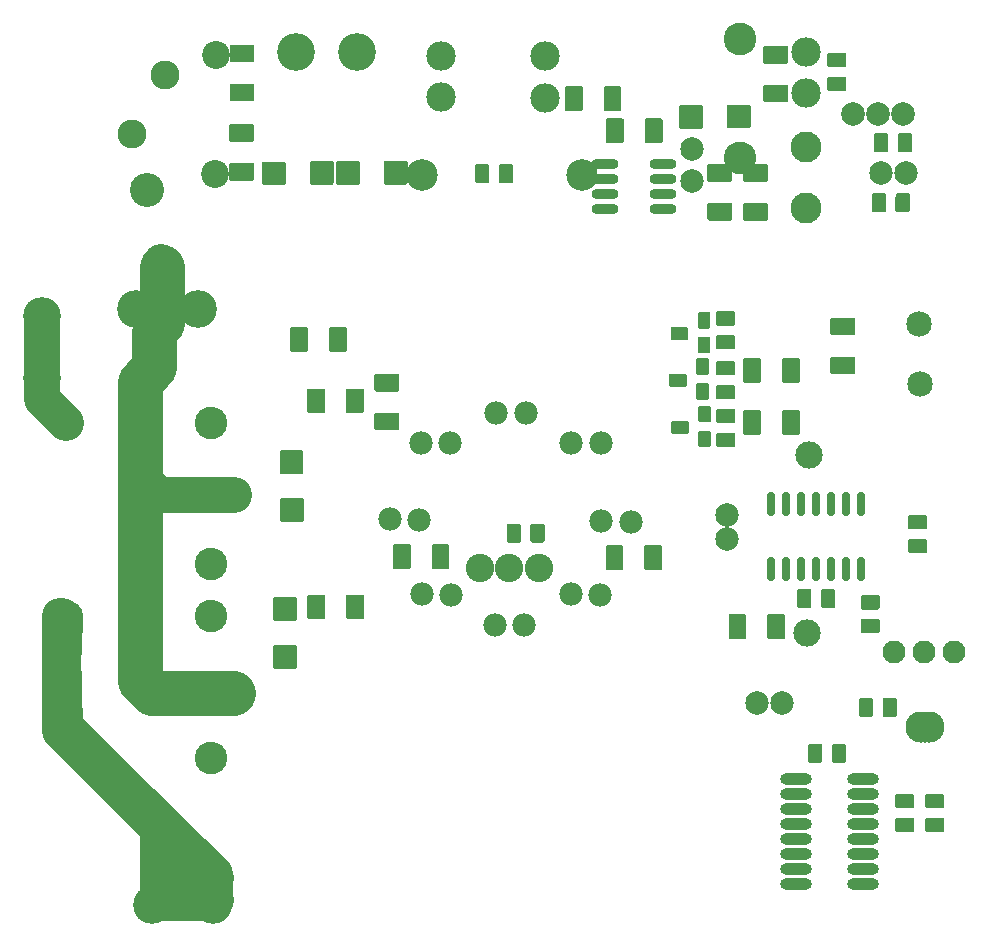
<source format=gbs>
G04 Layer: BottomSolderMaskLayer*
G04 EasyEDA Pro v1.8.39.fb3963, 2022-10-20 14:29:14*
G04 Gerber Generator version 0.3*
G04 Scale: 100 percent, Rotated: No, Reflected: No*
G04 Dimensions in millimeters*
G04 Leading zeros omitted, absolute positions, 4 integers and 2 decimals*
%FSLAX42Y42*%
%MOMM*%
%ADD10C,3.048*%
%ADD11C,3.81*%
%ADD12C,2.639273*%
%ADD13O,2.303201X0.903201*%
%ADD14O,2.7032X1.003201*%
%ADD15C,2.770309*%
%ADD16C,2.406099*%
%ADD17C,1.942163*%
%ADD18C,2.155419*%
%ADD19C,2.3232*%
%ADD20C,2.322652*%
%ADD21C,2.754412*%
%ADD22C,2.754417*%
%ADD23C,1.992295*%
%ADD24C,1.989503*%
%ADD25C,1.989498*%
%ADD26C,2.616126*%
%ADD27C,2.616121*%
%ADD28C,2.008139*%
%ADD29C,2.008134*%
%ADD30C,1.99229*%
%ADD31C,2.669113*%
%ADD32C,2.669108*%
%ADD33C,2.494443*%
%ADD34C,2.878714*%
%ADD35C,3.203199*%
%ADD36C,2.364791*%
%ADD37C,2.443584*%
%ADD38O,0.696595X2.069109*%
G75*


G04 PolygonModel Start*
G54D10*
G01X95729Y60368D02*
G01X95093Y60368D01*
G01X94920Y60541D01*
G01X94110Y61883D02*
G01X94110Y61182D01*
G01X94312Y60980D01*
G54D11*
G01X95126Y62301D02*
G01X95126Y61823D01*
G01X95055Y61752D01*
G01Y61451D01*
G01X94933Y61328D01*
G01Y58798D01*
G01X95038Y58693D01*
G01X95727D01*
G54D10*
G01X94272Y58433D02*
G01X95567Y57164D01*
G01Y57016D01*
G01X95503Y56915D02*
G01X95084Y56915D01*
G01Y57334D01*
G01X95294Y56915D02*
G01X95300Y56921D01*
G01Y57258D01*
G01X94259Y59347D02*
G01X94259Y58412D01*
G01X95541Y57131D01*
G01X95122D01*
G01Y57549D01*
G01X95114Y57558D01*
G01X94259Y59309D02*
G01X94259Y58374D01*
G01X95541Y57093D01*
G01X95122D01*
G01Y57511D01*
G01X95114Y57520D01*
G01X94272Y59347D02*
G01X94298Y58412D01*
G01X95579Y57131D01*
G01X95161D01*
G01Y57549D01*
G01X95152Y57558D01*
G01X94298Y59296D02*
G01X94259Y58382D01*
G01X95579Y56940D02*
G01X95161Y56940D01*
G01Y57359D01*
G01X95152Y57367D01*
G01X95554Y56978D02*
G01X95135Y56978D01*
G01Y57397D01*
G01X95127Y57405D01*
G01X95084Y57124D02*
G01X95084Y57582D01*
G01X94259Y59309D02*
G01X94259Y58374D01*
G01X95541Y57093D01*
G01X95122D01*
G01Y57511D01*
G01X95114Y57520D01*
G04 PolygonModel End*

G04 Pad Start*
G36*
G01X100413Y63843D02*
G01X100223Y63843D01*
G03X100213Y63833I0J-10D01*
G01Y63703D01*
G03X100223Y63693I10J0D01*
G01X100413D01*
G03X100423Y63703I0J10D01*
G01Y63833D01*
G03X100413Y63843I-10J0D01*
G37*
G36*
G01X100413Y64172D02*
G01X100223Y64172D01*
G03X100213Y64162I0J-10D01*
G01Y64032D01*
G03X100223Y64022I10J0D01*
G01X100413D01*
G03X100423Y64032I0J10D01*
G01Y64162D01*
G03X100413Y64172I-10J0D01*
G37*
G54D12*
G01X101578Y58403D03*
G01X101613Y58403D03*
G01X101545Y58403D03*
G54D13*
G01X98874Y63168D03*
G01X98874Y63041D03*
G01X98874Y62914D03*
G01X98874Y62787D03*
G01X99363Y62787D03*
G01X99363Y62914D03*
G01X99363Y63041D03*
G01X99363Y63168D03*
G54D14*
G01X100491Y57075D03*
G01X100491Y57202D03*
G01X100491Y57329D03*
G01X100491Y57456D03*
G01X100491Y57583D03*
G01X100491Y57710D03*
G01X100491Y57837D03*
G01X100491Y57964D03*
G01X101053Y57964D03*
G01X101053Y57837D03*
G01X101053Y57710D03*
G01X101053Y57583D03*
G01X101053Y57456D03*
G01X101053Y57329D03*
G01X101053Y57202D03*
G01X101053Y57075D03*
G36*
G01X97121Y61066D02*
G01X96931Y61066D01*
G03X96921Y61056I0J-10D01*
G01Y60926D01*
G03X96931Y60916I10J0D01*
G01X97121D01*
G03X97132Y60926I0J10D01*
G01Y61056D01*
G03X97121Y61066I-10J0D01*
G37*
G36*
G01X97121Y61395D02*
G01X96931Y61395D01*
G03X96921Y61385I0J-10D01*
G01Y61255D01*
G03X96931Y61245I10J0D01*
G01X97121D01*
G03X97132Y61255I0J10D01*
G01Y61385D01*
G03X97121Y61395I-10J0D01*
G37*
G36*
G01X100981Y61542D02*
G01X100791Y61542D01*
G03X100780Y61532I0J-10D01*
G01Y61402D01*
G03X100791Y61392I10J0D01*
G01X100981D01*
G03X100991Y61402I0J10D01*
G01Y61532D01*
G03X100981Y61542I-10J0D01*
G37*
G36*
G01X100981Y61871D02*
G01X100791Y61871D01*
G03X100780Y61861I0J-10D01*
G01Y61731D01*
G03X100791Y61721I10J0D01*
G01X100981D01*
G03X100991Y61731I0J10D01*
G01Y61861D01*
G03X100981Y61871I-10J0D01*
G37*
G36*
G01X97405Y59942D02*
G01X97405Y59752D01*
G03X97415Y59742I10J0D01*
G01X97545D01*
G03X97555Y59752I0J10D01*
G01Y59942D01*
G03X97545Y59952I-10J0D01*
G01X97415D01*
G03X97405Y59942I0J-10D01*
G37*
G36*
G01X97076Y59942D02*
G01X97076Y59752D01*
G03X97086Y59742I10J0D01*
G01X97216D01*
G03X97226Y59752I0J10D01*
G01Y59942D01*
G03X97216Y59952I-10J0D01*
G01X97086D01*
G03X97076Y59942I0J-10D01*
G37*
G36*
G01X100904Y58261D02*
G01X100804Y58261D01*
G03X100793Y58251I0J-10D01*
G01Y58111D01*
G03X100804Y58101I10J0D01*
G01X100904D01*
G03X100914Y58111I0J10D01*
G01Y58251D01*
G03X100904Y58261I-10J0D01*
G37*
G36*
G01X100702Y58261D02*
G01X100602Y58261D01*
G03X100591Y58251I0J-10D01*
G01Y58111D01*
G03X100602Y58101I10J0D01*
G01X100702D01*
G03X100712Y58111I0J10D01*
G01Y58251D01*
G03X100702Y58261I-10J0D01*
G37*
G36*
G01X101334Y58650D02*
G01X101234Y58650D01*
G03X101224Y58640I0J-10D01*
G01Y58500D01*
G03X101234Y58490I10J0D01*
G01X101334D01*
G03X101344Y58500I0J10D01*
G01Y58640D01*
G03X101334Y58650I-10J0D01*
G37*
G36*
G01X101132Y58650D02*
G01X101032Y58650D01*
G03X101022Y58640I0J-10D01*
G01Y58500D01*
G03X101032Y58490I10J0D01*
G01X101132D01*
G03X101142Y58500I0J10D01*
G01Y58640D01*
G03X101132Y58650I-10J0D01*
G37*
G36*
G01X99664Y61114D02*
G01X99664Y60994D01*
G03X99674Y60984I10J0D01*
G01X99759D01*
G03X99769Y60994I0J10D01*
G01Y61114D01*
G03X99759Y61124I-10J0D01*
G01X99674D01*
G03X99664Y61114I0J-10D01*
G37*
G36*
G01X99664Y60904D02*
G01X99664Y60784D01*
G03X99674Y60774I10J0D01*
G01X99759D01*
G03X99769Y60784I0J10D01*
G01Y60904D01*
G03X99759Y60914I-10J0D01*
G01X99674D01*
G03X99664Y60904I0J-10D01*
G37*
G36*
G01X99432Y60985D02*
G01X99432Y60895D01*
G03X99442Y60885I10J0D01*
G01X99572D01*
G03X99583Y60895I0J10D01*
G01Y60985D01*
G03X99572Y60995I-10J0D01*
G01X99442D01*
G03X99432Y60985I0J-10D01*
G37*
G36*
G01X99646Y61516D02*
G01X99646Y61396D01*
G03X99656Y61386I10J0D01*
G01X99741D01*
G03X99751Y61396I0J10D01*
G01Y61516D01*
G03X99741Y61527I-10J0D01*
G01X99656D01*
G03X99646Y61516I0J-10D01*
G37*
G36*
G01X99646Y61306D02*
G01X99646Y61186D01*
G03X99656Y61176I10J0D01*
G01X99741D01*
G03X99751Y61186I0J10D01*
G01Y61306D01*
G03X99741Y61316I-10J0D01*
G01X99656D01*
G03X99646Y61306I0J-10D01*
G37*
G36*
G01X99414Y61387D02*
G01X99414Y61297D01*
G03X99425Y61287I10J0D01*
G01X99555D01*
G03X99565Y61297I0J10D01*
G01Y61387D01*
G03X99555Y61397I-10J0D01*
G01X99425D01*
G03X99414Y61387I0J-10D01*
G37*
G36*
G01X99660Y61909D02*
G01X99660Y61789D01*
G03X99670Y61779I10J0D01*
G01X99755D01*
G03X99765Y61789I0J10D01*
G01Y61909D01*
G03X99755Y61919I-10J0D01*
G01X99670D01*
G03X99660Y61909I0J-10D01*
G37*
G36*
G01X99660Y61699D02*
G01X99660Y61579D01*
G03X99670Y61569I10J0D01*
G01X99755D01*
G03X99765Y61579I0J10D01*
G01Y61699D01*
G03X99755Y61709I-10J0D01*
G01X99670D01*
G03X99660Y61699I0J-10D01*
G37*
G36*
G01X99428Y61780D02*
G01X99428Y61690D01*
G03X99438Y61679I10J0D01*
G01X99568D01*
G03X99578Y61690I0J10D01*
G01Y61780D01*
G03X99568Y61790I-10J0D01*
G01X99438D01*
G03X99428Y61780I0J-10D01*
G37*
G36*
G01X99816Y61087D02*
G01X99816Y60987D01*
G03X99826Y60977I10J0D01*
G01X99966D01*
G03X99976Y60987I0J10D01*
G01Y61087D01*
G03X99966Y61097I-10J0D01*
G01X99826D01*
G03X99816Y61087I0J-10D01*
G37*
G36*
G01X99816Y60885D02*
G01X99816Y60785D01*
G03X99826Y60775I10J0D01*
G01X99966D01*
G03X99976Y60785I0J10D01*
G01Y60885D01*
G03X99966Y60895I-10J0D01*
G01X99826D01*
G03X99816Y60885I0J-10D01*
G37*
G36*
G01X100241Y62843D02*
G01X100051Y62843D01*
G03X100041Y62833I0J-10D01*
G01Y62703D01*
G03X100051Y62693I10J0D01*
G01X100241D01*
G03X100251Y62703I0J10D01*
G01Y62833D01*
G03X100241Y62843I-10J0D01*
G37*
G36*
G01X100241Y63172D02*
G01X100051Y63172D01*
G03X100041Y63162I0J-10D01*
G01Y63032D01*
G03X100051Y63022I10J0D01*
G01X100241D01*
G03X100251Y63032I0J10D01*
G01Y63162D01*
G03X100241Y63172I-10J0D01*
G37*
G36*
G01X99940Y62843D02*
G01X99750Y62843D01*
G03X99740Y62833I0J-10D01*
G01Y62703D01*
G03X99750Y62693I10J0D01*
G01X99940D01*
G03X99951Y62703I0J10D01*
G01Y62833D01*
G03X99940Y62843I-10J0D01*
G37*
G36*
G01X99940Y63172D02*
G01X99750Y63172D01*
G03X99740Y63162I0J-10D01*
G01Y63032D01*
G03X99750Y63022I10J0D01*
G01X99940D01*
G03X99951Y63032I0J10D01*
G01Y63162D01*
G03X99940Y63172I-10J0D01*
G37*
G36*
G01X100371Y61517D02*
G01X100371Y61327D01*
G03X100381Y61317I10J0D01*
G01X100511D01*
G03X100521Y61327I0J10D01*
G01Y61517D01*
G03X100511Y61527I-10J0D01*
G01X100381D01*
G03X100371Y61517I0J-10D01*
G37*
G36*
G01X100042Y61517D02*
G01X100042Y61327D01*
G03X100052Y61317I10J0D01*
G01X100182D01*
G03X100192Y61327I0J10D01*
G01Y61517D01*
G03X100182Y61527I-10J0D01*
G01X100052D01*
G03X100042Y61517I0J-10D01*
G37*
G36*
G01X100371Y61080D02*
G01X100371Y60890D01*
G03X100381Y60880I10J0D01*
G01X100511D01*
G03X100521Y60890I0J10D01*
G01Y61080D01*
G03X100511Y61090I-10J0D01*
G01X100381D01*
G03X100371Y61080I0J-10D01*
G37*
G36*
G01X100042Y61080D02*
G01X100042Y60890D01*
G03X100052Y60880I10J0D01*
G01X100182D01*
G03X100192Y60890I0J10D01*
G01Y61080D01*
G03X100182Y61090I-10J0D01*
G01X100052D01*
G03X100042Y61080I0J-10D01*
G37*
G36*
G01X98085Y63169D02*
G01X97985Y63169D01*
G03X97975Y63159I0J-10D01*
G01Y63019D01*
G03X97985Y63008I10J0D01*
G01X98085D01*
G03X98096Y63019I0J10D01*
G01Y63159D01*
G03X98085Y63169I-10J0D01*
G37*
G36*
G01X97883Y63169D02*
G01X97783Y63169D01*
G03X97773Y63159I0J-10D01*
G01Y63019D01*
G03X97783Y63008I10J0D01*
G01X97883D01*
G03X97894Y63019I0J10D01*
G01Y63159D01*
G03X97883Y63169I-10J0D01*
G37*
G36*
G01X101443Y62923D02*
G01X101343Y62923D01*
G03X101332Y62913I0J-10D01*
G01Y62773D01*
G03X101343Y62763I10J0D01*
G01X101443D01*
G03X101453Y62773I0J10D01*
G01Y62913D01*
G03X101443Y62923I-10J0D01*
G37*
G36*
G01X101241Y62923D02*
G01X101141Y62923D01*
G03X101130Y62913I0J-10D01*
G01Y62773D01*
G03X101141Y62763I10J0D01*
G01X101241D01*
G03X101251Y62773I0J10D01*
G01Y62913D01*
G03X101241Y62923I-10J0D01*
G37*
G36*
G01X100755Y64102D02*
G01X100755Y64002D01*
G03X100766Y63992I10J0D01*
G01X100906D01*
G03X100916Y64002I0J10D01*
G01Y64102D01*
G03X100906Y64113I-10J0D01*
G01X100766D01*
G03X100755Y64102I0J-10D01*
G37*
G36*
G01X100755Y63900D02*
G01X100755Y63800D01*
G03X100766Y63790I10J0D01*
G01X100906D01*
G03X100916Y63800I0J10D01*
G01Y63900D01*
G03X100906Y63911I-10J0D01*
G01X100766D01*
G03X100755Y63900I0J-10D01*
G37*
G36*
G01X101462Y63432D02*
G01X101362Y63432D01*
G03X101351Y63421I0J-10D01*
G01Y63281D01*
G03X101362Y63271I10J0D01*
G01X101462D01*
G03X101472Y63281I0J10D01*
G01Y63421D01*
G03X101462Y63432I-10J0D01*
G37*
G36*
G01X101260Y63432D02*
G01X101160Y63432D01*
G03X101149Y63421I0J-10D01*
G01Y63281D01*
G03X101160Y63271I10J0D01*
G01X101260D01*
G03X101270Y63281I0J10D01*
G01Y63421D01*
G03X101260Y63432I-10J0D01*
G37*
G36*
G01X99813Y61914D02*
G01X99813Y61814D01*
G03X99823Y61804I10J0D01*
G01X99963D01*
G03X99973Y61814I0J10D01*
G01Y61914D01*
G03X99963Y61925I-10J0D01*
G01X99823D01*
G03X99813Y61914I0J-10D01*
G37*
G36*
G01X99813Y61712D02*
G01X99813Y61612D01*
G03X99823Y61602I10J0D01*
G01X99963D01*
G03X99973Y61612I0J10D01*
G01Y61712D01*
G03X99963Y61723I-10J0D01*
G01X99823D01*
G03X99813Y61712I0J-10D01*
G37*
G36*
G01X99813Y61492D02*
G01X99813Y61392D01*
G03X99823Y61382I10J0D01*
G01X99963D01*
G03X99973Y61392I0J10D01*
G01Y61492D01*
G03X99963Y61502I-10J0D01*
G01X99823D01*
G03X99813Y61492I0J-10D01*
G37*
G36*
G01X99813Y61290D02*
G01X99813Y61190D01*
G03X99823Y61180I10J0D01*
G01X99963D01*
G03X99973Y61190I0J10D01*
G01Y61290D01*
G03X99963Y61300I-10J0D01*
G01X99823D01*
G03X99813Y61290I0J-10D01*
G37*
G36*
G01X98351Y60127D02*
G01X98251Y60127D01*
G03X98241Y60117I0J-10D01*
G01Y59977D01*
G03X98251Y59967I10J0D01*
G01X98351D01*
G03X98361Y59977I0J10D01*
G01Y60117D01*
G03X98351Y60127I-10J0D01*
G37*
G36*
G01X98149Y60127D02*
G01X98049Y60127D01*
G03X98039Y60117I0J-10D01*
G01Y59977D01*
G03X98049Y59967I10J0D01*
G01X98149D01*
G03X98159Y59977I0J10D01*
G01Y60117D01*
G03X98149Y60127I-10J0D01*
G37*
G36*
G01X101331Y57827D02*
G01X101331Y57727D01*
G03X101341Y57717I10J0D01*
G01X101481D01*
G03X101491Y57727I0J10D01*
G01Y57827D01*
G03X101481Y57837I-10J0D01*
G01X101341D01*
G03X101331Y57827I0J-10D01*
G37*
G36*
G01X101331Y57625D02*
G01X101331Y57525D01*
G03X101341Y57515I10J0D01*
G01X101481D01*
G03X101491Y57525I0J10D01*
G01Y57625D01*
G03X101481Y57635I-10J0D01*
G01X101341D01*
G03X101331Y57625I0J-10D01*
G37*
G36*
G01X101585Y57827D02*
G01X101585Y57727D01*
G03X101595Y57717I10J0D01*
G01X101735D01*
G03X101745Y57727I0J10D01*
G01Y57827D01*
G03X101735Y57838I-10J0D01*
G01X101595D01*
G03X101585Y57827I0J-10D01*
G37*
G36*
G01X101585Y57625D02*
G01X101585Y57525D01*
G03X101595Y57515I10J0D01*
G01X101735D01*
G03X101745Y57525I0J10D01*
G01Y57625D01*
G03X101735Y57636I-10J0D01*
G01X101595D01*
G03X101585Y57625I0J-10D01*
G37*
G36*
G01X101440Y60188D02*
G01X101440Y60088D01*
G03X101450Y60078I10J0D01*
G01X101590D01*
G03X101600Y60088I0J10D01*
G01Y60188D01*
G03X101590Y60198I-10J0D01*
G01X101450D01*
G03X101440Y60188I0J-10D01*
G37*
G36*
G01X101440Y59986D02*
G01X101440Y59886D01*
G03X101450Y59876I10J0D01*
G01X101590D01*
G03X101600Y59886I0J10D01*
G01Y59986D01*
G03X101590Y59996I-10J0D01*
G01X101450D01*
G03X101440Y59986I0J-10D01*
G37*
G36*
G01X100511Y59411D02*
G01X100611Y59411D01*
G03X100621Y59422I0J10D01*
G01Y59562D01*
G03X100611Y59572I-10J0D01*
G01X100511D01*
G03X100501Y59562I0J-10D01*
G01Y59422D01*
G03X100511Y59411I10J0D01*
G37*
G36*
G01X100713Y59411D02*
G01X100813Y59411D01*
G03X100823Y59422I0J10D01*
G01Y59562D01*
G03X100813Y59572I-10J0D01*
G01X100713D01*
G03X100703Y59562I0J-10D01*
G01Y59422D01*
G03X100713Y59411I10J0D01*
G37*
G36*
G01X101037Y59510D02*
G01X101037Y59410D01*
G03X101047Y59400I10J0D01*
G01X101187D01*
G03X101197Y59410I0J10D01*
G01Y59510D01*
G03X101187Y59521I-10J0D01*
G01X101047D01*
G03X101037Y59510I0J-10D01*
G37*
G36*
G01X101037Y59309D02*
G01X101037Y59209D01*
G03X101047Y59198I10J0D01*
G01X101187D01*
G03X101197Y59209I0J10D01*
G01Y59309D01*
G03X101187Y59319I-10J0D01*
G01X101047D01*
G03X101037Y59309I0J-10D01*
G37*
G36*
G01X96310Y60342D02*
G01X96130Y60342D01*
G03X96120Y60332I0J-10D01*
G01Y60152D01*
G03X96130Y60142I10J0D01*
G01X96310D01*
G03X96320Y60152I0J10D01*
G01Y60332D01*
G03X96310Y60342I-10J0D01*
G37*
G36*
G01X96307Y60747D02*
G01X96127Y60747D01*
G03X96117Y60737I0J-10D01*
G01Y60557D01*
G03X96127Y60547I10J0D01*
G01X96307D01*
G03X96317Y60557I0J10D01*
G01Y60737D01*
G03X96307Y60747I-10J0D01*
G37*
G36*
G01X96072Y59302D02*
G01X96252Y59302D01*
G03X96262Y59313I0J10D01*
G01Y59493D01*
G03X96252Y59503I-10J0D01*
G01X96072D01*
G03X96062Y59493I0J-10D01*
G01Y59313D01*
G03X96072Y59302I10J0D01*
G37*
G36*
G01X96075Y58898D02*
G01X96255Y58898D01*
G03X96265Y58908I0J10D01*
G01Y59088D01*
G03X96255Y59098I-10J0D01*
G01X96075D01*
G03X96065Y59088I0J-10D01*
G01Y58908D01*
G03X96075Y58898I10J0D01*
G37*
G36*
G01X99701Y63482D02*
G01X99701Y63662D01*
G03X99691Y63672I-10J0D01*
G01X99511D01*
G03X99501Y63662I0J-10D01*
G01Y63482D01*
G03X99511Y63472I10J0D01*
G01X99691D01*
G03X99701Y63482I0J10D01*
G37*
G36*
G01X100106Y63485D02*
G01X100106Y63665D01*
G03X100096Y63675I-10J0D01*
G01X99916D01*
G03X99905Y63665I0J-10D01*
G01Y63485D01*
G03X99916Y63474I10J0D01*
G01X100096D01*
G03X100106Y63485I0J10D01*
G37*
G36*
G01X97001Y63188D02*
G01X97001Y63008D01*
G03X97011Y62998I10J0D01*
G01X97191D01*
G03X97201Y63008I0J10D01*
G01Y63188D01*
G03X97191Y63199I-10J0D01*
G01X97011D01*
G03X97001Y63188I0J-10D01*
G37*
G36*
G01X96596Y63186D02*
G01X96596Y63006D01*
G03X96607Y62996I10J0D01*
G01X96787D01*
G03X96797Y63006I0J10D01*
G01Y63186D01*
G03X96787Y63196I-10J0D01*
G01X96607D01*
G03X96596Y63186I0J-10D01*
G37*
G36*
G01X96374Y63186D02*
G01X96374Y63006D01*
G03X96384Y62995I10J0D01*
G01X96564D01*
G03X96574Y63006I0J10D01*
G01Y63186D01*
G03X96564Y63196I-10J0D01*
G01X96384D01*
G03X96374Y63186I0J-10D01*
G37*
G36*
G01X95969Y63183D02*
G01X95969Y63003D01*
G03X95979Y62993I10J0D01*
G01X96159D01*
G03X96169Y63003I0J10D01*
G01Y63183D01*
G03X96159Y63193I-10J0D01*
G01X95979D01*
G03X95969Y63183I0J-10D01*
G37*
G36*
G01X95894Y63853D02*
G01X95704Y63853D01*
G03X95694Y63843I0J-10D01*
G01Y63713D01*
G03X95704Y63703I10J0D01*
G01X95894D01*
G03X95904Y63713I0J10D01*
G01Y63843D01*
G03X95894Y63853I-10J0D01*
G37*
G36*
G01X95894Y64182D02*
G01X95704Y64182D01*
G03X95694Y64172I0J-10D01*
G01Y64042D01*
G03X95704Y64032I10J0D01*
G01X95894D01*
G03X95904Y64042I0J10D01*
G01Y64172D01*
G03X95894Y64182I-10J0D01*
G37*
G36*
G01X95892Y63182D02*
G01X95702Y63182D01*
G03X95691Y63172I0J-10D01*
G01Y63042D01*
G03X95702Y63032I10J0D01*
G01X95892D01*
G03X95902Y63042I0J10D01*
G01Y63172D01*
G03X95892Y63182I-10J0D01*
G37*
G36*
G01X95892Y63511D02*
G01X95702Y63511D01*
G03X95691Y63501I0J-10D01*
G01Y63371D01*
G03X95702Y63361I10J0D01*
G01X95892D01*
G03X95902Y63371I0J10D01*
G01Y63501D01*
G03X95892Y63511I-10J0D01*
G37*
G36*
G01X100248Y59350D02*
G01X100248Y59160D01*
G03X100258Y59150I10J0D01*
G01X100388D01*
G03X100398Y59160I0J10D01*
G01Y59350D01*
G03X100388Y59360I-10J0D01*
G01X100258D01*
G03X100248Y59350I0J-10D01*
G37*
G36*
G01X99919Y59350D02*
G01X99919Y59160D01*
G03X99929Y59150I10J0D01*
G01X100059D01*
G03X100069Y59160I0J10D01*
G01Y59350D01*
G03X100059Y59360I-10J0D01*
G01X99929D01*
G03X99919Y59350I0J-10D01*
G37*
G36*
G01X99207Y59934D02*
G01X99207Y59744D01*
G03X99217Y59734I10J0D01*
G01X99347D01*
G03X99358Y59744I0J10D01*
G01Y59934D01*
G03X99347Y59944I-10J0D01*
G01X99217D01*
G03X99207Y59934I0J-10D01*
G37*
G36*
G01X98878Y59934D02*
G01X98878Y59744D01*
G03X98888Y59734I10J0D01*
G01X99018D01*
G03X99029Y59744I0J10D01*
G01Y59934D01*
G03X99018Y59944I-10J0D01*
G01X98888D01*
G03X98878Y59934I0J-10D01*
G37*
G36*
G01X96682Y59517D02*
G01X96682Y59327D01*
G03X96692Y59316I10J0D01*
G01X96822D01*
G03X96832Y59327I0J10D01*
G01Y59517D01*
G03X96822Y59527I-10J0D01*
G01X96692D01*
G03X96682Y59517I0J-10D01*
G37*
G36*
G01X96353Y59517D02*
G01X96353Y59327D01*
G03X96363Y59316I10J0D01*
G01X96493D01*
G03X96503Y59327I0J10D01*
G01Y59517D01*
G03X96493Y59527I-10J0D01*
G01X96363D01*
G03X96353Y59517I0J-10D01*
G37*
G36*
G01X96680Y61261D02*
G01X96680Y61071D01*
G03X96690Y61061I10J0D01*
G01X96820D01*
G03X96830Y61071I0J10D01*
G01Y61261D01*
G03X96820Y61271I-10J0D01*
G01X96690D01*
G03X96680Y61261I0J-10D01*
G37*
G36*
G01X96351Y61261D02*
G01X96351Y61071D01*
G03X96361Y61061I10J0D01*
G01X96491D01*
G03X96501Y61071I0J10D01*
G01Y61261D01*
G03X96491Y61271I-10J0D01*
G01X96361D01*
G03X96351Y61261I0J-10D01*
G37*
G36*
G01X96535Y61780D02*
G01X96535Y61590D01*
G03X96545Y61580I10J0D01*
G01X96675D01*
G03X96686Y61590I0J10D01*
G01Y61780D01*
G03X96675Y61790I-10J0D01*
G01X96545D01*
G03X96535Y61780I0J-10D01*
G37*
G36*
G01X96206Y61780D02*
G01X96206Y61590D01*
G03X96216Y61580I10J0D01*
G01X96346D01*
G03X96357Y61590I0J10D01*
G01Y61780D01*
G03X96346Y61790I-10J0D01*
G01X96216D01*
G03X96206Y61780I0J-10D01*
G37*
G36*
G01X99211Y63547D02*
G01X99211Y63357D01*
G03X99221Y63347I10J0D01*
G01X99351D01*
G03X99361Y63357I0J10D01*
G01Y63547D01*
G03X99351Y63558I-10J0D01*
G01X99221D01*
G03X99211Y63547I0J-10D01*
G37*
G36*
G01X98882Y63547D02*
G01X98882Y63357D01*
G03X98892Y63347I10J0D01*
G01X99022D01*
G03X99032Y63357I0J10D01*
G01Y63547D01*
G03X99022Y63558I-10J0D01*
G01X98892D01*
G03X98882Y63547I0J-10D01*
G37*
G36*
G01X98862Y63819D02*
G01X98862Y63629D01*
G03X98872Y63619I10J0D01*
G01X99002D01*
G03X99012Y63629I0J10D01*
G01Y63819D01*
G03X99002Y63830I-10J0D01*
G01X98872D01*
G03X98862Y63819I0J-10D01*
G37*
G36*
G01X98533Y63819D02*
G01X98533Y63629D01*
G03X98543Y63619I10J0D01*
G01X98673D01*
G03X98683Y63629I0J10D01*
G01Y63819D01*
G03X98673Y63830I-10J0D01*
G01X98543D01*
G03X98533Y63819I0J-10D01*
G37*
G54D15*
G01X100014Y64233D03*
G01X100012Y63226D03*
G54D16*
G01X98311Y59752D03*
G01X98064Y59752D03*
G01X97817Y59752D03*
G54D17*
G01X101319Y59037D03*
G01X101570Y59037D03*
G01X101829Y59037D03*
G54D18*
G01X101540Y61307D03*
G01X101532Y61818D03*
G54D20*
G01X100598Y60705D03*
G01X100587Y59203D03*
G54D21*
G01X94314Y59339D03*
G01X95536Y58145D03*
G01X95732Y58727D03*
G54D22*
G01X95536Y59342D03*
G54D21*
G01X94312Y60980D03*
G01X95534Y59785D03*
G01X95729Y60368D03*
G54D22*
G01X95534Y60983D03*
G54D23*
G01X99905Y59994D03*
G01X99905Y60202D03*
G01X100370Y58611D03*
G01X100163Y58611D03*
G01X101421Y63099D03*
G01X101213Y63099D03*
G54D24*
G01X97297Y60158D03*
G54D25*
G01X97049Y60163D03*
G54D24*
G01X97572Y59527D03*
G54D25*
G01X97323Y59532D03*
G54D24*
G01X98190Y59265D03*
G54D25*
G01X97941Y59270D03*
G54D24*
G01X98831Y59527D03*
G54D25*
G01X98582Y59532D03*
G54D24*
G01X99089Y60145D03*
G54D25*
G01X98840Y60150D03*
G54D24*
G01X98837Y60808D03*
G54D25*
G01X98588Y60813D03*
G54D24*
G01X98203Y61060D03*
G54D25*
G01X97954Y61065D03*
G54D24*
G01X97562Y60808D03*
G54D25*
G01X97313Y60813D03*
G54D26*
G01X100574Y63317D03*
G54D27*
G01X100574Y62802D03*
G54D28*
G01X100973Y63593D03*
G54D29*
G01X101185Y63593D03*
G54D28*
G01X101396Y63593D03*
G54D30*
G01X99612Y63030D03*
G01X99612Y63296D03*
G54D31*
G01X97320Y63082D03*
G54D32*
G01X98675Y63078D03*
G54D33*
G01X100573Y63772D03*
G01X100573Y64123D03*
G01X98364Y63735D03*
G01X98364Y64085D03*
G01X97486Y63736D03*
G01X97486Y64087D03*
G54D34*
G01X94994Y62951D03*
G01X95113Y62352D03*
G54D35*
G01X95425Y61943D03*
G01X94905Y61943D03*
G01X95553Y56902D03*
G01X95034Y56902D03*
G01X94110Y61883D03*
G01X94110Y61364D03*
G01X96773Y64124D03*
G01X96253Y64124D03*
G54D36*
G01X95578Y64094D03*
G01X95573Y63084D03*
G54D37*
G01X95151Y63928D03*
G01X94869Y63427D03*
G54D38*
G01X100279Y60294D03*
G01X100406Y60294D03*
G01X100533Y60294D03*
G01X100660Y60294D03*
G01X100787Y60294D03*
G01X100914Y60294D03*
G01X101041Y60294D03*
G01X100279Y59747D03*
G01X100406Y59747D03*
G01X100533Y59747D03*
G01X100660Y59747D03*
G01X100787Y59747D03*
G01X100914Y59747D03*
G01X101041Y59747D03*
G04 Pad End*

M02*

</source>
